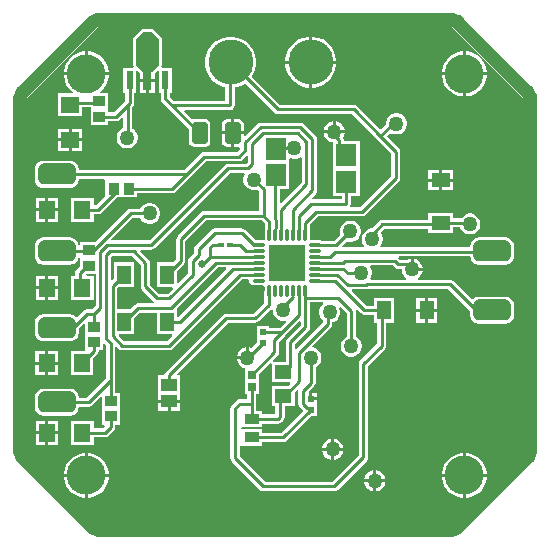
<source format=gtl>
G04*
G04 #@! TF.GenerationSoftware,Altium Limited,Altium Designer,22.6.1 (34)*
G04*
G04 Layer_Physical_Order=1*
G04 Layer_Color=255*
%FSLAX44Y44*%
%MOMM*%
G71*
G04*
G04 #@! TF.SameCoordinates,3FC15ED1-56EA-4B36-BDB6-6E6CE890E9D8*
G04*
G04*
G04 #@! TF.FilePolarity,Positive*
G04*
G01*
G75*
%ADD14C,0.2540*%
%ADD15C,1.2000*%
%ADD16R,1.3000X0.9000*%
%ADD17R,1.5000X1.4000*%
%ADD18R,1.5240X1.5240*%
%ADD19R,1.4500X1.2000*%
%ADD20R,1.8062X1.8549*%
%ADD21R,0.5500X0.5500*%
%ADD22O,1.1500X0.3000*%
%ADD23R,0.5725X0.5682*%
%ADD24R,0.6500X0.6500*%
%ADD25R,0.6000X1.6000*%
%ADD26R,0.7000X1.5000*%
%ADD27R,1.0000X0.9000*%
%ADD28R,0.9000X1.0000*%
%ADD29R,3.1500X3.1500*%
%ADD30O,0.3000X1.1500*%
%ADD31R,1.4000X1.5000*%
%ADD32R,0.5000X0.4500*%
%ADD33R,1.2000X1.6000*%
G04:AMPARAMS|DCode=34|XSize=1.8mm|YSize=1.3mm|CornerRadius=0.13mm|HoleSize=0mm|Usage=FLASHONLY|Rotation=270.000|XOffset=0mm|YOffset=0mm|HoleType=Round|Shape=RoundedRectangle|*
%AMROUNDEDRECTD34*
21,1,1.8000,1.0400,0,0,270.0*
21,1,1.5400,1.3000,0,0,270.0*
1,1,0.2600,-0.5200,-0.7700*
1,1,0.2600,-0.5200,0.7700*
1,1,0.2600,0.5200,0.7700*
1,1,0.2600,0.5200,-0.7700*
%
%ADD34ROUNDEDRECTD34*%
%ADD35R,1.6000X1.2000*%
%ADD36R,1.3500X1.1000*%
G04:AMPARAMS|DCode=62|XSize=3.175mm|YSize=1.778mm|CornerRadius=0.4445mm|HoleSize=0mm|Usage=FLASHONLY|Rotation=0.000|XOffset=0mm|YOffset=0mm|HoleType=Round|Shape=RoundedRectangle|*
%AMROUNDEDRECTD62*
21,1,3.1750,0.8890,0,0,0.0*
21,1,2.2860,1.7780,0,0,0.0*
1,1,0.8890,1.1430,-0.4445*
1,1,0.8890,-1.1430,-0.4445*
1,1,0.8890,-1.1430,0.4445*
1,1,0.8890,1.1430,0.4445*
%
%ADD62ROUNDEDRECTD62*%
%ADD63C,3.3020*%
%ADD64C,1.2700*%
%ADD65C,3.8100*%
%ADD66C,0.6350*%
%ADD67C,0.5500*%
G36*
X970026Y1039876D02*
Y739902D01*
X910082Y679958D01*
X609600D01*
X549656Y739902D01*
Y1039368D01*
X610362Y1100074D01*
X909828D01*
X970026Y1039876D01*
D02*
G37*
%LPC*%
G36*
X792126Y1091590D02*
X791270D01*
Y1071270D01*
X811590D01*
Y1072126D01*
X810760Y1076298D01*
X809133Y1080227D01*
X806770Y1083763D01*
X803763Y1086770D01*
X800227Y1089133D01*
X796298Y1090760D01*
X792126Y1091590D01*
D02*
G37*
G36*
X788730D02*
X787874D01*
X783702Y1090760D01*
X779773Y1089133D01*
X776237Y1086770D01*
X773230Y1083763D01*
X770867Y1080227D01*
X769240Y1076298D01*
X768410Y1072126D01*
Y1071270D01*
X788730D01*
Y1091590D01*
D02*
G37*
G36*
X921876Y1079050D02*
X921270D01*
Y1061270D01*
X939050D01*
Y1061876D01*
X938318Y1065557D01*
X936882Y1069024D01*
X934797Y1072144D01*
X932144Y1074797D01*
X929024Y1076882D01*
X925557Y1078318D01*
X921876Y1079050D01*
D02*
G37*
G36*
X918730D02*
X918124D01*
X914443Y1078318D01*
X910976Y1076882D01*
X907856Y1074797D01*
X905203Y1072144D01*
X903118Y1069024D01*
X901682Y1065557D01*
X900950Y1061876D01*
Y1061270D01*
X918730D01*
Y1079050D01*
D02*
G37*
G36*
X601876D02*
X601270D01*
Y1061270D01*
X619050D01*
Y1061876D01*
X618318Y1065557D01*
X616882Y1069024D01*
X614797Y1072144D01*
X612144Y1074797D01*
X609024Y1076882D01*
X605557Y1078318D01*
X601876Y1079050D01*
D02*
G37*
G36*
X598730D02*
X598124D01*
X594443Y1078318D01*
X590976Y1076882D01*
X587856Y1074797D01*
X585203Y1072144D01*
X583118Y1069024D01*
X581682Y1065557D01*
X580950Y1061876D01*
Y1061270D01*
X598730D01*
Y1079050D01*
D02*
G37*
G36*
X811590Y1068730D02*
X791270D01*
Y1048410D01*
X792126D01*
X796298Y1049240D01*
X800227Y1050867D01*
X803763Y1053230D01*
X806770Y1056237D01*
X809133Y1059773D01*
X810760Y1063702D01*
X811590Y1067874D01*
Y1068730D01*
D02*
G37*
G36*
X788730D02*
X768410D01*
Y1067874D01*
X769240Y1063702D01*
X770867Y1059773D01*
X773230Y1056237D01*
X776237Y1053230D01*
X779773Y1050867D01*
X783702Y1049240D01*
X787874Y1048410D01*
X788730D01*
Y1068730D01*
D02*
G37*
G36*
X657804Y1052848D02*
X653034D01*
Y1044078D01*
X657804D01*
Y1052848D01*
D02*
G37*
G36*
X650494D02*
X645724D01*
Y1044078D01*
X650494D01*
Y1052848D01*
D02*
G37*
G36*
X939050Y1058730D02*
X921270D01*
Y1040950D01*
X921876D01*
X925557Y1041682D01*
X929024Y1043118D01*
X932144Y1045203D01*
X934797Y1047856D01*
X936882Y1050976D01*
X938318Y1054443D01*
X939050Y1058124D01*
Y1058730D01*
D02*
G37*
G36*
X918730D02*
X900950D01*
Y1058124D01*
X901682Y1054443D01*
X903118Y1050976D01*
X905203Y1047856D01*
X907856Y1045203D01*
X910976Y1043118D01*
X914443Y1041682D01*
X918124Y1040950D01*
X918730D01*
Y1058730D01*
D02*
G37*
G36*
X811022Y1019783D02*
Y1012190D01*
X818615D01*
X818036Y1014351D01*
X816866Y1016379D01*
X815211Y1018034D01*
X813183Y1019204D01*
X811022Y1019783D01*
D02*
G37*
G36*
X808482D02*
X806321Y1019204D01*
X804293Y1018034D01*
X802638Y1016379D01*
X801468Y1014351D01*
X800889Y1012190D01*
X808482D01*
Y1019783D01*
D02*
G37*
G36*
X729200Y1021615D02*
X725270D01*
Y1011270D01*
X733115D01*
Y1017700D01*
X732817Y1019198D01*
X731969Y1020469D01*
X730698Y1021317D01*
X729200Y1021615D01*
D02*
G37*
G36*
X722730D02*
X718800D01*
X717302Y1021317D01*
X716031Y1020469D01*
X715183Y1019198D01*
X714885Y1017700D01*
Y1011270D01*
X722730D01*
Y1021615D01*
D02*
G37*
G36*
X596272Y1013588D02*
X587502D01*
Y1005318D01*
X596272D01*
Y1013588D01*
D02*
G37*
G36*
X584962D02*
X576192D01*
Y1005318D01*
X584962D01*
Y1013588D01*
D02*
G37*
G36*
X722730Y1008730D02*
X714885D01*
Y1002300D01*
X715183Y1000802D01*
X716031Y999531D01*
X717302Y998683D01*
X718800Y998385D01*
X722730D01*
Y1008730D01*
D02*
G37*
G36*
X596272Y1002778D02*
X587502D01*
Y994508D01*
X596272D01*
Y1002778D01*
D02*
G37*
G36*
X584962D02*
X576192D01*
Y994508D01*
X584962D01*
Y1002778D01*
D02*
G37*
G36*
X910540Y978540D02*
X901270D01*
Y971270D01*
X910540D01*
Y978540D01*
D02*
G37*
G36*
X898730D02*
X889460D01*
Y971270D01*
X898730D01*
Y978540D01*
D02*
G37*
G36*
X910540Y968730D02*
X901270D01*
Y961460D01*
X910540D01*
Y968730D01*
D02*
G37*
G36*
X898730D02*
X889460D01*
Y961460D01*
X898730D01*
Y968730D01*
D02*
G37*
G36*
X655264Y1098208D02*
X648264D01*
X647273Y1098011D01*
X646433Y1097449D01*
X640433Y1091449D01*
X639871Y1090609D01*
X639674Y1089618D01*
Y1067618D01*
X639871Y1066627D01*
X640004Y1066428D01*
X639325Y1065158D01*
X631224D01*
Y1044078D01*
X632879D01*
Y1036873D01*
X632305Y1036299D01*
X632227Y1036247D01*
X623485Y1027505D01*
X618664D01*
Y1043764D01*
X612178D01*
X611809Y1044979D01*
X612144Y1045203D01*
X614797Y1047856D01*
X616882Y1050976D01*
X618318Y1054443D01*
X619050Y1058124D01*
Y1058730D01*
X580950D01*
Y1058124D01*
X581682Y1054443D01*
X583118Y1050976D01*
X585203Y1047856D01*
X587856Y1045203D01*
X588454Y1044803D01*
X588086Y1043588D01*
X576192D01*
Y1024508D01*
X596272D01*
Y1031673D01*
X603584D01*
Y1016684D01*
X618664D01*
Y1019735D01*
X625094D01*
X626581Y1020031D01*
X627841Y1020873D01*
X629942Y1022974D01*
X631115Y1022488D01*
Y1014139D01*
X631061Y1014124D01*
X629033Y1012954D01*
X627378Y1011299D01*
X626208Y1009271D01*
X625602Y1007010D01*
Y1004670D01*
X626208Y1002409D01*
X627378Y1000381D01*
X629033Y998726D01*
X631061Y997556D01*
X633322Y996950D01*
X635662D01*
X637923Y997556D01*
X639951Y998726D01*
X641606Y1000381D01*
X642776Y1002409D01*
X643382Y1004670D01*
Y1007010D01*
X642776Y1009271D01*
X641606Y1011299D01*
X639951Y1012954D01*
X638885Y1013569D01*
Y1031891D01*
X639511Y1032517D01*
X640353Y1033777D01*
X640649Y1035264D01*
Y1044078D01*
X642304D01*
Y1062256D01*
X643477Y1062742D01*
X645724Y1060496D01*
Y1055388D01*
X651764D01*
X657804D01*
Y1060496D01*
X660051Y1062742D01*
X661224Y1062256D01*
Y1044078D01*
X662879D01*
Y1038846D01*
X663175Y1037359D01*
X664017Y1036099D01*
X669591Y1030525D01*
X686885Y1013232D01*
Y1002300D01*
X687183Y1000802D01*
X688031Y999531D01*
X689302Y998683D01*
X690800Y998385D01*
X701200D01*
X702698Y998683D01*
X703969Y999531D01*
X704817Y1000802D01*
X705115Y1002300D01*
Y1017700D01*
X704817Y1019198D01*
X703969Y1020469D01*
X702698Y1021317D01*
X701200Y1021615D01*
X690800D01*
X689706Y1021398D01*
X682890Y1028214D01*
X683376Y1029387D01*
X721614D01*
X723101Y1029683D01*
X724361Y1030525D01*
X725203Y1031785D01*
X725499Y1033272D01*
Y1048507D01*
X728420Y1049088D01*
X732349Y1050715D01*
X734394Y1052082D01*
X759223Y1027253D01*
X760483Y1026411D01*
X761970Y1026115D01*
X824623D01*
X846248Y1004490D01*
X858064Y992674D01*
Y973286D01*
X831853Y947075D01*
X824155D01*
X823476Y948345D01*
X823589Y948513D01*
X823885Y950000D01*
Y956929D01*
X831571D01*
Y979442D01*
Y1003071D01*
X817930D01*
Y1003878D01*
X817634Y1005364D01*
X817192Y1006026D01*
X818036Y1007489D01*
X818615Y1009650D01*
X800889D01*
X801468Y1007489D01*
X802638Y1005461D01*
X804293Y1003806D01*
X806321Y1002636D01*
X808429Y1002071D01*
Y979442D01*
Y956929D01*
X816115D01*
Y953885D01*
X791174D01*
X790648Y955155D01*
X794211Y958717D01*
X795053Y959977D01*
X795349Y961464D01*
Y1004570D01*
X795053Y1006057D01*
X794211Y1007317D01*
X783920Y1017607D01*
X782660Y1018449D01*
X781173Y1018745D01*
X747509D01*
X746022Y1018449D01*
X744762Y1017607D01*
X734288Y1007134D01*
X733115Y1007620D01*
Y1008730D01*
X725270D01*
Y998385D01*
X729200D01*
X730219Y997419D01*
X730252Y996584D01*
X727553Y993885D01*
X700000D01*
X698513Y993589D01*
X697253Y992747D01*
X683391Y978885D01*
X593475D01*
Y979445D01*
X593235Y981268D01*
X592531Y982968D01*
X591412Y984427D01*
X589953Y985546D01*
X588253Y986250D01*
X586430Y986490D01*
X563570D01*
X561747Y986250D01*
X560047Y985546D01*
X558588Y984427D01*
X557469Y982968D01*
X556765Y981268D01*
X556525Y979445D01*
Y970555D01*
X556765Y968732D01*
X557469Y967032D01*
X558588Y965573D01*
X560047Y964454D01*
X561747Y963750D01*
X563570Y963510D01*
X586430D01*
X588253Y963750D01*
X589953Y964454D01*
X591412Y965573D01*
X592531Y967032D01*
X593235Y968732D01*
X593475Y970555D01*
Y971115D01*
X614956D01*
X615952Y970454D01*
Y956446D01*
X608391Y948885D01*
X606200D01*
Y954920D01*
X587120D01*
Y934840D01*
X606200D01*
Y941115D01*
X610000D01*
X611487Y941411D01*
X612747Y942253D01*
X625868Y955374D01*
X643032D01*
Y958775D01*
X672660D01*
X674147Y959071D01*
X675407Y959913D01*
X687747Y972253D01*
X701609Y986115D01*
X729162D01*
X730648Y986411D01*
X731909Y987253D01*
X735352Y990696D01*
X736525Y990210D01*
Y985097D01*
X735313Y983885D01*
X720000D01*
X718513Y983589D01*
X717253Y982747D01*
X653471Y918965D01*
X621749D01*
X621263Y920138D01*
X639073Y937947D01*
X645519D01*
X646428Y936373D01*
X648083Y934718D01*
X650111Y933548D01*
X652372Y932942D01*
X654712D01*
X656973Y933548D01*
X659001Y934718D01*
X660656Y936373D01*
X661826Y938401D01*
X662432Y940662D01*
Y943002D01*
X661826Y945263D01*
X660656Y947291D01*
X659001Y948946D01*
X656973Y950116D01*
X654712Y950722D01*
X652372D01*
X650111Y950116D01*
X648083Y948946D01*
X646428Y947291D01*
X645519Y945717D01*
X637464D01*
X635977Y945421D01*
X634717Y944579D01*
X607664Y917526D01*
X594694D01*
Y914918D01*
X593424Y914834D01*
X593235Y916268D01*
X592531Y917968D01*
X591412Y919427D01*
X589953Y920546D01*
X588253Y921250D01*
X586430Y921490D01*
X563570D01*
X561747Y921250D01*
X560047Y920546D01*
X558588Y919427D01*
X557469Y917968D01*
X556765Y916268D01*
X556525Y914445D01*
Y905555D01*
X556765Y903732D01*
X557469Y902032D01*
X558588Y900573D01*
X560047Y899454D01*
X561747Y898750D01*
X563570Y898510D01*
X586430D01*
X588253Y898750D01*
X589953Y899454D01*
X591412Y900573D01*
X592531Y902032D01*
X593235Y903732D01*
X593424Y905166D01*
X594694Y905082D01*
Y896940D01*
X591613Y893859D01*
X590771Y892599D01*
X590475Y891112D01*
Y888880D01*
X587120D01*
Y868800D01*
X606200D01*
Y888880D01*
X600625D01*
X599946Y890150D01*
X600144Y890446D01*
X608001D01*
Y863685D01*
X604943Y860627D01*
X600202D01*
X598715Y860331D01*
X597455Y859489D01*
X592333Y854366D01*
X591412Y854427D01*
X589953Y855546D01*
X588253Y856250D01*
X586430Y856490D01*
X563570D01*
X561747Y856250D01*
X560047Y855546D01*
X558588Y854427D01*
X557469Y852968D01*
X556765Y851268D01*
X556525Y849445D01*
Y840555D01*
X556765Y838732D01*
X557469Y837032D01*
X558588Y835573D01*
X560047Y834454D01*
X561747Y833750D01*
X563570Y833510D01*
X586430D01*
X588253Y833750D01*
X589953Y834454D01*
X591412Y835573D01*
X592531Y837032D01*
X593235Y838732D01*
X593475Y840555D01*
Y844522D01*
X597839Y848885D01*
X599012Y848399D01*
Y838930D01*
Y825930D01*
X598075Y825126D01*
X586866D01*
Y805046D01*
X605946D01*
Y819132D01*
X609299Y822485D01*
X610141Y823745D01*
X610437Y825232D01*
Y825930D01*
X614092D01*
Y831434D01*
X615362Y831960D01*
X616637Y830685D01*
Y802131D01*
X600457Y785951D01*
X593531D01*
Y786511D01*
X593291Y788334D01*
X592587Y790034D01*
X591468Y791493D01*
X590009Y792612D01*
X588309Y793316D01*
X586486Y793556D01*
X563626D01*
X561803Y793316D01*
X560103Y792612D01*
X558644Y791493D01*
X557525Y790034D01*
X556821Y788334D01*
X556581Y786511D01*
Y777621D01*
X556821Y775798D01*
X557525Y774098D01*
X558644Y772639D01*
X560103Y771520D01*
X561803Y770816D01*
X563626Y770576D01*
X586486D01*
X588309Y770816D01*
X590009Y771520D01*
X591468Y772639D01*
X592587Y774098D01*
X593291Y775798D01*
X593531Y777621D01*
Y778181D01*
X602066D01*
X603553Y778477D01*
X604813Y779319D01*
X612063Y786569D01*
X613236Y786083D01*
Y775938D01*
Y762938D01*
X615186D01*
X615712Y761668D01*
X614087Y760043D01*
X606200D01*
Y766198D01*
X587120D01*
Y746118D01*
X606200D01*
Y752273D01*
X615696D01*
X617183Y752569D01*
X618443Y753411D01*
X623523Y758491D01*
X624365Y759751D01*
X624661Y761238D01*
Y762938D01*
X628316D01*
Y775938D01*
Y790018D01*
X624407D01*
Y828440D01*
X625580Y828926D01*
X627253Y827253D01*
X628513Y826411D01*
X630000Y826115D01*
X670000D01*
X671487Y826411D01*
X672747Y827253D01*
X731609Y886115D01*
X736852D01*
X737657Y885134D01*
X737631Y885000D01*
X737944Y883424D01*
X738837Y882087D01*
X740174Y881194D01*
X741750Y880881D01*
X749712D01*
X750471Y880471D01*
X750881Y879711D01*
Y876380D01*
X750805Y876000D01*
Y866299D01*
X741577Y857071D01*
X718312D01*
X716825Y856775D01*
X715565Y855933D01*
X667253Y807621D01*
X666411Y806361D01*
X666148Y805040D01*
X660710D01*
Y788960D01*
Y784270D01*
X670000D01*
X679290D01*
Y788960D01*
Y805040D01*
X677319D01*
X676833Y806213D01*
X719921Y849301D01*
X743186D01*
X744673Y849597D01*
X745933Y850439D01*
X756412Y860918D01*
X757682Y860392D01*
Y858874D01*
X758288Y856613D01*
X759458Y854585D01*
X761113Y852930D01*
X763141Y851760D01*
X765402Y851154D01*
X767742D01*
X768330Y851311D01*
X768987Y850173D01*
X763896Y845082D01*
X754956D01*
Y846578D01*
X744152D01*
Y832267D01*
X739809Y827924D01*
X739777Y827942D01*
X737616Y828521D01*
Y819658D01*
X736346D01*
Y818388D01*
X727483D01*
X728062Y816227D01*
X729232Y814199D01*
X730887Y812544D01*
X732915Y811374D01*
X733112Y811321D01*
X734210Y810790D01*
X734210D01*
X734210Y810790D01*
Y799210D01*
Y789210D01*
X736115D01*
Y784730D01*
X730045D01*
X728558Y784434D01*
X727298Y783592D01*
X723185Y779479D01*
X722343Y778219D01*
X722047Y776732D01*
Y734568D01*
X722343Y733081D01*
X723185Y731821D01*
X746934Y708072D01*
X748194Y707230D01*
X749681Y706934D01*
X810000D01*
X811487Y707230D01*
X812747Y708072D01*
X837337Y732663D01*
X838179Y733923D01*
X838475Y735409D01*
Y812981D01*
X852747Y827253D01*
X853589Y828513D01*
X853885Y830000D01*
Y849460D01*
X860540D01*
Y870540D01*
X843460D01*
Y863885D01*
X836954D01*
X824517Y876322D01*
X825003Y877495D01*
X837074D01*
X838561Y877791D01*
X838925Y878034D01*
X906472D01*
X925053Y859454D01*
Y855555D01*
X925293Y853732D01*
X925997Y852032D01*
X927116Y850573D01*
X928575Y849454D01*
X930275Y848750D01*
X932098Y848510D01*
X954958D01*
X956781Y848750D01*
X958481Y849454D01*
X959940Y850573D01*
X961059Y852032D01*
X961763Y853732D01*
X962003Y855555D01*
Y864445D01*
X961763Y866268D01*
X961059Y867968D01*
X959940Y869427D01*
X958481Y870546D01*
X956781Y871250D01*
X954958Y871490D01*
X932098D01*
X930275Y871250D01*
X928575Y870546D01*
X927116Y869427D01*
X926132Y869362D01*
X910828Y884666D01*
X909568Y885508D01*
X908081Y885804D01*
X880897D01*
X880557Y887074D01*
X881251Y887474D01*
X882906Y889129D01*
X884076Y891157D01*
X884655Y893318D01*
X875792D01*
Y894588D01*
X874522D01*
Y903451D01*
X872361Y902872D01*
X871766Y902529D01*
X871728Y902537D01*
X865717D01*
X864088Y904165D01*
X864436Y905276D01*
X864557Y905435D01*
X925069D01*
X925293Y903732D01*
X925997Y902032D01*
X927116Y900573D01*
X928575Y899454D01*
X930275Y898750D01*
X932098Y898510D01*
X954958D01*
X956781Y898750D01*
X958481Y899454D01*
X959940Y900573D01*
X961059Y902032D01*
X961763Y903732D01*
X962003Y905555D01*
Y914445D01*
X961763Y916268D01*
X961059Y917968D01*
X959940Y919427D01*
X958481Y920546D01*
X956781Y921250D01*
X954958Y921490D01*
X932098D01*
X930275Y921250D01*
X928575Y920546D01*
X927116Y919427D01*
X925997Y917968D01*
X925293Y916268D01*
X925053Y914445D01*
Y913205D01*
X849204D01*
X848718Y914378D01*
X849124Y914783D01*
X850294Y916811D01*
X850900Y919072D01*
Y921412D01*
X850294Y923673D01*
X849134Y925683D01*
X852255Y928803D01*
X889460D01*
Y925460D01*
X910540D01*
Y930115D01*
X916368D01*
X916530Y929511D01*
X917700Y927483D01*
X919355Y925828D01*
X921383Y924658D01*
X923644Y924052D01*
X925984D01*
X928245Y924658D01*
X930273Y925828D01*
X931928Y927483D01*
X933098Y929511D01*
X933704Y931772D01*
Y934112D01*
X933098Y936373D01*
X931928Y938401D01*
X930273Y940056D01*
X928245Y941226D01*
X925984Y941832D01*
X923644D01*
X921383Y941226D01*
X919355Y940056D01*
X917700Y938401D01*
X917402Y937885D01*
X910540D01*
Y942540D01*
X889460D01*
Y936573D01*
X850646D01*
X849159Y936277D01*
X847899Y935435D01*
X843199Y930735D01*
X843063Y930708D01*
X841803Y929866D01*
X841313Y929132D01*
X840840D01*
X838579Y928526D01*
X836551Y927356D01*
X834896Y925701D01*
X833726Y923673D01*
X833120Y921412D01*
Y919072D01*
X833726Y916811D01*
X834896Y914783D01*
X835302Y914378D01*
X834816Y913205D01*
X816980D01*
X816494Y914378D01*
X820542Y918426D01*
X822298Y917956D01*
X824638D01*
X826899Y918562D01*
X828927Y919732D01*
X830582Y921387D01*
X831752Y923415D01*
X832358Y925676D01*
Y928016D01*
X831752Y930277D01*
X830582Y932305D01*
X828927Y933960D01*
X826899Y935130D01*
X824638Y935736D01*
X822298D01*
X820037Y935130D01*
X818009Y933960D01*
X816354Y932305D01*
X815184Y930277D01*
X814578Y928016D01*
Y925676D01*
X815048Y923920D01*
X810013Y918885D01*
X799429D01*
X798250Y919119D01*
X790289D01*
X789529Y919529D01*
X789119Y920289D01*
Y924688D01*
X789195Y925068D01*
Y932291D01*
X796209Y939305D01*
X833462D01*
X834949Y939601D01*
X836209Y940443D01*
X864696Y968930D01*
X865538Y970190D01*
X865834Y971677D01*
Y994283D01*
X865538Y995770D01*
X864696Y997030D01*
X854489Y1007237D01*
X857627Y1010375D01*
X859153Y1009494D01*
X861414Y1008888D01*
X863754D01*
X866015Y1009494D01*
X868043Y1010664D01*
X869698Y1012319D01*
X870868Y1014347D01*
X871474Y1016608D01*
Y1018948D01*
X870868Y1021209D01*
X869698Y1023237D01*
X868043Y1024892D01*
X866015Y1026062D01*
X863754Y1026668D01*
X861414D01*
X859153Y1026062D01*
X857125Y1024892D01*
X855470Y1023237D01*
X854300Y1021209D01*
X853694Y1018948D01*
Y1017430D01*
X848995Y1012731D01*
X828979Y1032747D01*
X827719Y1033589D01*
X826232Y1033885D01*
X763579D01*
X739888Y1057576D01*
X741255Y1059621D01*
X742882Y1063550D01*
X743712Y1067722D01*
Y1071974D01*
X742882Y1076146D01*
X741255Y1080075D01*
X738892Y1083611D01*
X735885Y1086618D01*
X732349Y1088981D01*
X728420Y1090608D01*
X724248Y1091438D01*
X719996D01*
X715824Y1090608D01*
X711895Y1088981D01*
X708359Y1086618D01*
X705352Y1083611D01*
X702989Y1080075D01*
X701362Y1076146D01*
X700532Y1071974D01*
Y1067722D01*
X701362Y1063550D01*
X702989Y1059621D01*
X705352Y1056085D01*
X708359Y1053078D01*
X711895Y1050715D01*
X715824Y1049088D01*
X717729Y1048709D01*
Y1037157D01*
X673947D01*
X670649Y1040455D01*
Y1044078D01*
X672304D01*
Y1065158D01*
X664202D01*
X663524Y1066428D01*
X663657Y1066627D01*
X663854Y1067618D01*
Y1089618D01*
X663657Y1090609D01*
X663095Y1091449D01*
X657095Y1097449D01*
X656255Y1098011D01*
X655264Y1098208D01*
D02*
G37*
G36*
X576200Y954920D02*
X567930D01*
Y946150D01*
X576200D01*
Y954920D01*
D02*
G37*
G36*
X565390D02*
X557120D01*
Y946150D01*
X565390D01*
Y954920D01*
D02*
G37*
G36*
X576200Y943610D02*
X567930D01*
Y934840D01*
X576200D01*
Y943610D01*
D02*
G37*
G36*
X565390D02*
X557120D01*
Y934840D01*
X565390D01*
Y943610D01*
D02*
G37*
G36*
X877062Y903451D02*
Y895858D01*
X884655D01*
X884076Y898019D01*
X882906Y900047D01*
X881251Y901702D01*
X879223Y902872D01*
X877062Y903451D01*
D02*
G37*
G36*
X576200Y888880D02*
X567930D01*
Y880110D01*
X576200D01*
Y888880D01*
D02*
G37*
G36*
X565390D02*
X557120D01*
Y880110D01*
X565390D01*
Y888880D01*
D02*
G37*
G36*
X576200Y877570D02*
X567930D01*
Y868800D01*
X576200D01*
Y877570D01*
D02*
G37*
G36*
X565390D02*
X557120D01*
Y868800D01*
X565390D01*
Y877570D01*
D02*
G37*
G36*
X896540Y870540D02*
X889270D01*
Y861270D01*
X896540D01*
Y870540D01*
D02*
G37*
G36*
X886730D02*
X879460D01*
Y861270D01*
X886730D01*
Y870540D01*
D02*
G37*
G36*
X896540Y858730D02*
X889270D01*
Y849460D01*
X896540D01*
Y858730D01*
D02*
G37*
G36*
X886730D02*
X879460D01*
Y849460D01*
X886730D01*
Y858730D01*
D02*
G37*
G36*
X735076Y828521D02*
X732915Y827942D01*
X730887Y826772D01*
X729232Y825117D01*
X728062Y823089D01*
X727483Y820928D01*
X735076D01*
Y828521D01*
D02*
G37*
G36*
X575946Y825126D02*
X567676D01*
Y816356D01*
X575946D01*
Y825126D01*
D02*
G37*
G36*
X565136D02*
X556866D01*
Y816356D01*
X565136D01*
Y825126D01*
D02*
G37*
G36*
X575946Y813816D02*
X567676D01*
Y805046D01*
X575946D01*
Y813816D01*
D02*
G37*
G36*
X565136D02*
X556866D01*
Y805046D01*
X565136D01*
Y813816D01*
D02*
G37*
G36*
X679290Y781730D02*
X671270D01*
Y774960D01*
X679290D01*
Y781730D01*
D02*
G37*
G36*
X668730D02*
X660710D01*
Y774960D01*
X668730D01*
Y781730D01*
D02*
G37*
G36*
X576200Y766198D02*
X567930D01*
Y757428D01*
X576200D01*
Y766198D01*
D02*
G37*
G36*
X565390D02*
X557120D01*
Y757428D01*
X565390D01*
Y766198D01*
D02*
G37*
G36*
X576200Y754888D02*
X567930D01*
Y746118D01*
X576200D01*
Y754888D01*
D02*
G37*
G36*
X565390D02*
X557120D01*
Y746118D01*
X565390D01*
Y754888D01*
D02*
G37*
G36*
X921876Y739050D02*
X921270D01*
Y721270D01*
X939050D01*
Y721876D01*
X938318Y725557D01*
X936882Y729024D01*
X934797Y732144D01*
X932144Y734797D01*
X929024Y736882D01*
X925557Y738318D01*
X921876Y739050D01*
D02*
G37*
G36*
X918730D02*
X918124D01*
X914443Y738318D01*
X910976Y736882D01*
X907856Y734797D01*
X905203Y732144D01*
X903118Y729024D01*
X901682Y725557D01*
X900950Y721876D01*
Y721270D01*
X918730D01*
Y739050D01*
D02*
G37*
G36*
X601876D02*
X601270D01*
Y721270D01*
X619050D01*
Y721876D01*
X618318Y725557D01*
X616882Y729024D01*
X614797Y732144D01*
X612144Y734797D01*
X609024Y736882D01*
X605557Y738318D01*
X601876Y739050D01*
D02*
G37*
G36*
X598730D02*
X598124D01*
X594443Y738318D01*
X590976Y736882D01*
X587856Y734797D01*
X585203Y732144D01*
X583118Y729024D01*
X581682Y725557D01*
X580950Y721876D01*
Y721270D01*
X598730D01*
Y739050D01*
D02*
G37*
G36*
X845566Y724381D02*
Y716788D01*
X853159D01*
X852580Y718949D01*
X851410Y720977D01*
X849755Y722632D01*
X847727Y723802D01*
X845566Y724381D01*
D02*
G37*
G36*
X843026D02*
X840865Y723802D01*
X838837Y722632D01*
X837182Y720977D01*
X836012Y718949D01*
X835433Y716788D01*
X843026D01*
Y724381D01*
D02*
G37*
G36*
X853159Y714248D02*
X845566D01*
Y706655D01*
X847727Y707234D01*
X849755Y708404D01*
X851410Y710059D01*
X852580Y712087D01*
X853159Y714248D01*
D02*
G37*
G36*
X843026D02*
X835433D01*
X836012Y712087D01*
X837182Y710059D01*
X838837Y708404D01*
X840865Y707234D01*
X843026Y706655D01*
Y714248D01*
D02*
G37*
G36*
X939050Y718730D02*
X921270D01*
Y700950D01*
X921876D01*
X925557Y701682D01*
X929024Y703118D01*
X932144Y705203D01*
X934797Y707856D01*
X936882Y710976D01*
X938318Y714443D01*
X939050Y718124D01*
Y718730D01*
D02*
G37*
G36*
X918730D02*
X900950D01*
Y718124D01*
X901682Y714443D01*
X903118Y710976D01*
X905203Y707856D01*
X907856Y705203D01*
X910976Y703118D01*
X914443Y701682D01*
X918124Y700950D01*
X918730D01*
Y718730D01*
D02*
G37*
G36*
X619050D02*
X601270D01*
Y700950D01*
X601876D01*
X605557Y701682D01*
X609024Y703118D01*
X612144Y705203D01*
X614797Y707856D01*
X616882Y710976D01*
X618318Y714443D01*
X619050Y718124D01*
Y718730D01*
D02*
G37*
G36*
X598730D02*
X580950D01*
Y718124D01*
X581682Y714443D01*
X583118Y710976D01*
X585203Y707856D01*
X587856Y705203D01*
X590976Y703118D01*
X594443Y701682D01*
X598124Y700950D01*
X598730D01*
Y718730D01*
D02*
G37*
%LPD*%
G36*
X661264Y1089618D02*
Y1067618D01*
X655264Y1061618D01*
X648264D01*
X642264Y1067618D01*
Y1089618D01*
X648264Y1095618D01*
X655264D01*
X661264Y1089618D01*
D02*
G37*
G36*
X782499Y988973D02*
Y967993D01*
X765058Y950552D01*
X763885Y951038D01*
Y962368D01*
X771793D01*
Y984882D01*
Y987954D01*
X773063Y988593D01*
X775054Y988060D01*
X777394D01*
X779655Y988666D01*
X781229Y989575D01*
X782499Y988973D01*
D02*
G37*
G36*
X751115Y933391D02*
Y929429D01*
X750881Y928250D01*
Y920289D01*
X750471Y919529D01*
X749712Y919119D01*
X743217D01*
X734267Y928069D01*
X733007Y928911D01*
X731520Y929207D01*
X708660D01*
X707173Y928911D01*
X705913Y928069D01*
X692333Y914489D01*
X691491Y913229D01*
X691195Y911742D01*
Y907989D01*
X687253Y904047D01*
X686411Y902787D01*
X686115Y901300D01*
Y891253D01*
X677713Y882851D01*
X676540Y883337D01*
Y893046D01*
X682720Y899226D01*
X683562Y900486D01*
X683858Y901973D01*
Y918364D01*
X692747Y927253D01*
X692747Y927253D01*
X701609Y936115D01*
X748391D01*
X751115Y933391D01*
D02*
G37*
G36*
X861361Y895905D02*
X862621Y895063D01*
X864108Y894767D01*
X866902D01*
Y893418D01*
X867508Y891157D01*
X868678Y889129D01*
X870333Y887474D01*
X871027Y887074D01*
X870687Y885804D01*
X841286D01*
X840553Y887074D01*
X841150Y888109D01*
X841756Y890370D01*
Y892710D01*
X841150Y894971D01*
X840241Y896545D01*
X840843Y897815D01*
X859451D01*
X861361Y895905D01*
D02*
G37*
G36*
X734158Y974845D02*
X733650Y973965D01*
X733044Y971704D01*
Y969364D01*
X733650Y967103D01*
X734820Y965075D01*
X736475Y963420D01*
X738503Y962250D01*
X740764Y961644D01*
X743104D01*
X744860Y962114D01*
X746115Y960859D01*
Y943885D01*
X700000D01*
X698513Y943589D01*
X697253Y942747D01*
X687253Y932747D01*
X687253Y932747D01*
X677226Y922720D01*
X676384Y921460D01*
X676088Y919973D01*
Y903582D01*
X673046Y900540D01*
X659460D01*
Y879460D01*
X672663D01*
X673149Y878287D01*
X668747Y873885D01*
X661609D01*
X653885Y881609D01*
Y900000D01*
X653589Y901487D01*
X652747Y902747D01*
X645472Y910022D01*
X645958Y911195D01*
X655080D01*
X656567Y911491D01*
X657827Y912333D01*
X721609Y976115D01*
X733425D01*
X734158Y974845D01*
D02*
G37*
G36*
X646115Y898391D02*
Y880000D01*
X646411Y878513D01*
X647253Y877253D01*
X657253Y867253D01*
X657685Y866965D01*
X657300Y865695D01*
X643810D01*
X642323Y865399D01*
X641063Y864557D01*
X637046Y860540D01*
X626075D01*
Y878581D01*
X626954Y879460D01*
X640540D01*
Y900540D01*
X623460D01*
Y886954D01*
X622024Y885518D01*
X620851Y886004D01*
Y905357D01*
X621609Y906115D01*
X638391D01*
X646115Y898391D01*
D02*
G37*
G36*
X718448Y894942D02*
X677810Y854304D01*
X676540Y854830D01*
Y860540D01*
X676540Y860540D01*
X676540D01*
X677079Y861586D01*
X711609Y896115D01*
X717962D01*
X718448Y894942D01*
D02*
G37*
G36*
X659460Y839460D02*
X672307D01*
X672793Y838287D01*
X668391Y833885D01*
X631609D01*
X627304Y838190D01*
X627830Y839460D01*
X640540D01*
Y853046D01*
X645419Y857925D01*
X659460D01*
Y839460D01*
D02*
G37*
G36*
X800246Y866267D02*
X800371Y865267D01*
X798828Y863725D01*
X797658Y861697D01*
X797052Y859436D01*
Y857096D01*
X797658Y854835D01*
X798828Y852807D01*
X800389Y851247D01*
Y849715D01*
X777707Y827033D01*
X776437Y827559D01*
Y831141D01*
X788115Y842819D01*
X788957Y844079D01*
X789253Y845566D01*
Y866537D01*
X800173D01*
X800246Y866267D01*
D02*
G37*
G36*
X781483Y850022D02*
Y847175D01*
X769805Y835497D01*
X768963Y834237D01*
X768667Y832750D01*
Y816100D01*
X758390D01*
X757864Y817370D01*
X761953Y821459D01*
X762795Y822719D01*
X763091Y824206D01*
Y833289D01*
X768252Y838451D01*
X768252Y838451D01*
X780310Y850508D01*
X781483Y850022D01*
D02*
G37*
G36*
X756782Y814492D02*
Y799020D01*
X772129D01*
X772615Y797847D01*
X770868Y796100D01*
X756782D01*
Y779020D01*
X760147D01*
Y771635D01*
X749040D01*
Y774790D01*
X743885D01*
Y780796D01*
X743875Y780845D01*
X743885Y780894D01*
Y789210D01*
X745790D01*
Y799210D01*
Y805296D01*
X755512Y815018D01*
X756782Y814492D01*
D02*
G37*
G36*
X779540Y791989D02*
X779495Y791762D01*
Y780460D01*
X779791Y778973D01*
X780633Y777713D01*
X783502Y774844D01*
X764793Y756135D01*
X749040D01*
Y759290D01*
X730960D01*
Y759290D01*
X730763Y759343D01*
Y759522D01*
X732011Y760710D01*
X749040D01*
Y763865D01*
X762544D01*
X764031Y764161D01*
X765291Y765003D01*
X766779Y766491D01*
X767621Y767751D01*
X767917Y769238D01*
Y779020D01*
X776362D01*
Y790606D01*
X778370Y792614D01*
X779540Y791989D01*
D02*
G37*
G36*
X820345Y857419D02*
Y837587D01*
X818771Y836678D01*
X817116Y835023D01*
X815946Y832995D01*
X815340Y830734D01*
Y828394D01*
X815946Y826133D01*
X817116Y824105D01*
X818771Y822450D01*
X820799Y821280D01*
X823060Y820674D01*
X825400D01*
X827661Y821280D01*
X829689Y822450D01*
X831344Y824105D01*
X832514Y826133D01*
X833120Y828394D01*
Y830734D01*
X832514Y832995D01*
X831344Y835023D01*
X829689Y836678D01*
X828115Y837587D01*
Y859028D01*
X827888Y860167D01*
X829015Y860836D01*
X832598Y857253D01*
X833858Y856411D01*
X835345Y856115D01*
X843460D01*
Y849460D01*
X846115D01*
Y831609D01*
X831844Y817337D01*
X831002Y816077D01*
X830706Y814591D01*
Y737019D01*
X808391Y714704D01*
X751290D01*
X729817Y736177D01*
Y744904D01*
X730960Y745210D01*
Y745210D01*
X749040D01*
Y748365D01*
X766402D01*
X767889Y748661D01*
X769149Y749503D01*
X790144Y770498D01*
X795230D01*
Y779498D01*
Y783518D01*
X789940D01*
Y784788D01*
X788670D01*
Y790840D01*
X788460Y791348D01*
X792941Y795829D01*
X793783Y797089D01*
X794079Y798576D01*
Y811636D01*
X795653Y812544D01*
X797308Y814199D01*
X798478Y816227D01*
X799084Y818488D01*
Y820828D01*
X798478Y823089D01*
X797308Y825117D01*
X795653Y826772D01*
X793625Y827942D01*
X791870Y828412D01*
X791397Y829736D01*
X807020Y845359D01*
X807862Y846619D01*
X808158Y848106D01*
Y849656D01*
X809373Y849982D01*
X811401Y851152D01*
X813056Y852807D01*
X814226Y854835D01*
X814832Y857096D01*
Y859436D01*
X814226Y861697D01*
X814165Y861803D01*
X815181Y862583D01*
X820345Y857419D01*
D02*
G37*
%LPC*%
G36*
X795230Y790078D02*
X791210D01*
Y786058D01*
X795230D01*
Y790078D01*
D02*
G37*
G36*
X810006Y751051D02*
Y743458D01*
X817599D01*
X817020Y745619D01*
X815850Y747647D01*
X814195Y749302D01*
X812167Y750472D01*
X810006Y751051D01*
D02*
G37*
G36*
X807466D02*
X805305Y750472D01*
X803277Y749302D01*
X801622Y747647D01*
X800452Y745619D01*
X799873Y743458D01*
X807466D01*
Y751051D01*
D02*
G37*
G36*
X817599Y740918D02*
X810006D01*
Y733325D01*
X812167Y733904D01*
X814195Y735074D01*
X815850Y736729D01*
X817020Y738757D01*
X817599Y740918D01*
D02*
G37*
G36*
X807466D02*
X799873D01*
X800452Y738757D01*
X801622Y736729D01*
X803277Y735074D01*
X805305Y733904D01*
X807466Y733325D01*
Y740918D01*
D02*
G37*
%LPD*%
D14*
X585724Y1002792D02*
X586232Y1003300D01*
Y1004048D01*
X809752Y1008171D02*
X814045Y1003878D01*
X809752Y1008171D02*
Y1010920D01*
X814045Y999261D02*
Y1003878D01*
Y999261D02*
X820000Y993306D01*
Y991256D02*
Y993306D01*
X785368Y871162D02*
X786108Y870422D01*
X812836D01*
X785368Y845566D02*
Y871162D01*
X765506Y841198D02*
X780288Y855980D01*
X780000Y869040D02*
X780288Y868752D01*
X772552Y832750D02*
X785368Y845566D01*
X780000Y869040D02*
Y876000D01*
X780288Y855980D02*
Y868752D01*
X794000Y890000D02*
X812529D01*
X794000Y884690D02*
X810655D01*
X780034Y823866D02*
X804274Y848106D01*
Y856598D01*
X805942Y858266D01*
X835345Y860000D02*
X850000D01*
X810655Y884690D02*
X835345Y860000D01*
X812529Y890000D02*
X821149Y881380D01*
X837074D01*
X812836Y870422D02*
X824230Y859028D01*
Y829564D02*
Y859028D01*
X769819Y866040D02*
Y866085D01*
X774700Y870966D01*
X766572Y862793D02*
X769819Y866040D01*
X766572Y860044D02*
Y862793D01*
X754690Y864690D02*
Y876000D01*
X743186Y853186D02*
X754690Y864690D01*
X718312Y853186D02*
X743186D01*
X759206Y834898D02*
X765506Y841198D01*
X749554D02*
X765506D01*
X820000Y950000D02*
Y968744D01*
X786384Y966384D02*
Y1002466D01*
X779069Y1009781D02*
X786384Y1002466D01*
X765000Y945000D02*
X786384Y966384D01*
X760476Y996950D02*
X776224D01*
X760222Y996696D02*
X760476Y996950D01*
X774280Y995006D02*
X776224Y996950D01*
X781173Y1014861D02*
X791464Y1004570D01*
X774920Y944920D02*
X791464Y961464D01*
Y1004570D01*
X749613Y1009781D02*
X779069D01*
X740410Y983488D02*
Y1000578D01*
X720000Y980000D02*
X736922D01*
X740410Y983488D01*
X700000Y990000D02*
X729162D01*
X734568Y995406D02*
Y1001920D01*
X729162Y990000D02*
X734568Y995406D01*
X685000Y975000D02*
X700000Y990000D01*
X740410Y1000578D02*
X749613Y1009781D01*
X734568Y1001920D02*
X747509Y1014861D01*
X781173D01*
X826232Y1030000D02*
X848995Y1007237D01*
X722122Y1069848D02*
X761970Y1030000D01*
X826232D01*
X741934Y970534D02*
X750000Y962468D01*
Y940000D02*
Y962468D01*
X848995Y1007237D02*
X861949Y994283D01*
X848995Y1007237D02*
X859536Y1017778D01*
X862584D01*
X794000Y895000D02*
X817722D01*
X794000Y900000D02*
X817450D01*
X821182Y891540D02*
X832866D01*
X817722Y895000D02*
X821182Y891540D01*
X783380Y791762D02*
X790194Y798576D01*
Y819658D01*
X783380Y780460D02*
X786572Y777268D01*
X783380Y780460D02*
Y791762D01*
X786572Y777268D02*
X788460D01*
X789940Y775788D01*
X766572Y787560D02*
X767822D01*
X780034Y799772D02*
Y823866D01*
X767822Y787560D02*
X780034Y799772D01*
X764032Y785020D02*
X766572Y787560D01*
X725932Y734568D02*
Y776732D01*
Y734568D02*
X749681Y710819D01*
X810000D01*
X725932Y776732D02*
X730045Y780845D01*
X766402Y752250D02*
X789940Y775788D01*
X740000Y752250D02*
X766402D01*
X740000Y805000D02*
X759206Y824206D01*
Y834898D01*
X772552Y812290D02*
Y832750D01*
X766572Y807560D02*
X767822D01*
X772552Y812290D01*
X620776Y761238D02*
Y769978D01*
X615696Y756158D02*
X620776Y761238D01*
X600000Y756158D02*
X615696D01*
X620776Y769978D02*
Y771478D01*
X606552Y825232D02*
Y834470D01*
X596406Y815086D02*
X606552Y825232D01*
X594360Y891112D02*
X602234Y898986D01*
X594360Y879320D02*
Y891112D01*
X593880Y878840D02*
X594360Y879320D01*
X595000Y945000D02*
X610000D01*
X625000Y960000D01*
X624492Y960508D02*
X625000Y960000D01*
X624492Y960508D02*
Y962914D01*
X586232Y1034048D02*
X587742Y1035558D01*
X610790D01*
X611124Y1035224D01*
X785310Y925068D02*
Y933900D01*
X794600Y943190D01*
X833462D01*
X861949Y971677D01*
Y994283D01*
X672338Y1033272D02*
X721614D01*
X672338D02*
X695610Y1010000D01*
X721614Y1033272D02*
Y1065530D01*
X666764Y1038846D02*
X672338Y1033272D01*
X666764Y1038846D02*
Y1054618D01*
X668000Y890000D02*
X679973Y901973D01*
Y919973D01*
X690000Y930000D01*
X690000D01*
X695610Y1010000D02*
X696000D01*
X755000Y924000D02*
Y935000D01*
X750000Y940000D02*
X755000Y935000D01*
X700000Y940000D02*
X750000D01*
X690000Y930000D02*
X700000Y940000D01*
X764032Y769238D02*
Y785020D01*
X762544Y767750D02*
X764032Y769238D01*
X740000Y767750D02*
X762544D01*
X810000Y710819D02*
X834591Y735409D01*
Y814591D01*
X850000Y830000D01*
X898312Y932688D02*
X898500Y932500D01*
X850000Y830000D02*
Y860000D01*
X611124Y1025224D02*
X612728Y1023620D01*
X625094D02*
X634974Y1033500D01*
X612728Y1023620D02*
X625094D01*
X634974Y1033500D02*
X635000D01*
X636764Y1035264D01*
Y1054618D01*
X635000Y1006348D02*
Y1033500D01*
X740000Y780894D02*
Y793500D01*
X739951Y780845D02*
X740000Y780894D01*
Y767750D02*
Y780796D01*
X739951Y780845D02*
X740000Y780796D01*
X730045Y780845D02*
X739951D01*
X923756Y934000D02*
X924814Y932942D01*
X900000Y934000D02*
X923756D01*
X634492Y1005840D02*
X635000Y1006348D01*
X843000Y920000D02*
X844550Y921550D01*
Y927119D01*
X850646Y932688D02*
X898312D01*
X845077Y927119D02*
X850646Y932688D01*
X844550Y927119D02*
X845077D01*
X837613Y881919D02*
X908081D01*
X837074Y881380D02*
X837613Y881919D01*
X908081D02*
X930000Y860000D01*
X950000D01*
X760000Y936752D02*
Y970000D01*
Y936752D02*
X760730Y936022D01*
Y929640D02*
Y936022D01*
X760000Y928910D02*
X760730Y929640D01*
X760000Y924000D02*
Y928910D01*
X780000Y940000D02*
X790000Y950000D01*
X820000D01*
X780000Y924000D02*
Y940000D01*
X780000Y940000D02*
X780000Y940000D01*
X670000Y804874D02*
X718312Y853186D01*
X670000Y797000D02*
Y804874D01*
X622190Y837810D02*
X630000Y830000D01*
X622190Y837810D02*
Y880190D01*
X632000Y890000D01*
X630000Y830000D02*
X670000D01*
X730000Y890000D01*
X746000D01*
X671810Y861810D02*
X710000Y900000D01*
X643810Y861810D02*
X671810D01*
X710000Y900000D02*
X746000D01*
X632000Y850000D02*
X643810Y861810D01*
X730500Y895000D02*
X746000D01*
X723920Y894920D02*
X730500D01*
X679000Y850000D02*
X723920Y894920D01*
X668000Y850000D02*
X679000D01*
X736346Y819658D02*
X737036D01*
X749532Y832154D02*
X749554D01*
X737036Y819658D02*
X749532Y832154D01*
X706882Y915162D02*
X713800D01*
X704850Y905160D02*
X705010Y905000D01*
X704850Y905160D02*
Y913130D01*
X706882Y915162D01*
X697738Y899160D02*
X699170D01*
X705010Y905000D01*
X746000D01*
X871728Y898652D02*
X875792Y894588D01*
X864108Y898652D02*
X871728D01*
X861060Y901700D02*
X864108Y898652D01*
X819150Y901700D02*
X861060D01*
X817450Y900000D02*
X819150Y901700D01*
X735412Y910000D02*
X746000D01*
X721300Y915162D02*
X730250D01*
X735412Y910000D01*
X949320Y909320D02*
X950000Y910000D01*
X810262Y909320D02*
X949320D01*
X794000Y905000D02*
X805942D01*
X810262Y909320D01*
X575056Y782066D02*
X602066D01*
X572178D02*
X575056D01*
X620522Y781732D02*
Y832294D01*
X572178Y782066D02*
X575056Y784944D01*
X602066Y782066D02*
X620000Y800000D01*
X616966Y835850D02*
X620522Y832294D01*
Y781732D02*
X620776Y781478D01*
X616966Y835850D02*
Y906966D01*
X620000Y910000D01*
X575056Y782066D02*
Y784944D01*
X695080Y906380D02*
Y911742D01*
X708660Y925322D01*
X731520D01*
X690000Y889644D02*
Y901300D01*
X670356Y870000D02*
X690000Y889644D01*
X660000Y870000D02*
X670356D01*
X690000Y901300D02*
X695080Y906380D01*
X731520Y925322D02*
X741842Y915000D01*
X746000D01*
X650000Y880000D02*
Y900000D01*
X620000Y910000D02*
X640000D01*
Y910000D02*
X650000Y900000D01*
X640000Y910000D02*
Y910000D01*
X650000Y880000D02*
X660000Y870000D01*
X600202Y856742D02*
X606552D01*
X588460Y845000D02*
X600202Y856742D01*
X575000Y845000D02*
X588460D01*
X606552Y845970D02*
Y856742D01*
X611886Y862076D01*
Y909070D01*
X617896Y915080D01*
X655080D01*
X720000Y980000D01*
X765000Y924000D02*
Y945000D01*
X602234Y908986D02*
X604760D01*
X601220Y910000D02*
X602234Y908986D01*
X637464Y941832D02*
X653542D01*
X604760Y909128D02*
X637464Y941832D01*
X604760Y908986D02*
Y909128D01*
X575000Y910000D02*
X601220D01*
X575000D02*
X587248Y915162D01*
X811622Y915000D02*
X823468Y926846D01*
X794000Y915000D02*
X811622D01*
X774920Y944920D02*
X775000Y944840D01*
Y924000D02*
Y944840D01*
X634746Y962660D02*
X672660D01*
X685000Y975000D01*
X575000D02*
X685000D01*
D15*
X976000Y1040000D02*
G03*
X974243Y1044243I-6000J0D01*
G01*
X976000Y1040000D02*
G03*
X974243Y1044243I-6000J0D01*
G01*
X914243Y1104243D02*
G03*
X910000Y1106000I-4243J-4243D01*
G01*
X914243Y1104243D02*
G03*
X910000Y1106000I-4243J-4243D01*
G01*
X974243Y735757D02*
G03*
X976000Y740000I-4243J4243D01*
G01*
X974243Y735757D02*
G03*
X976000Y740000I-4243J4243D01*
G01*
X910000Y674000D02*
G03*
X914243Y675757I0J6000D01*
G01*
X910000Y674000D02*
G03*
X914243Y675757I0J6000D01*
G01*
X610000Y1106000D02*
G03*
X605757Y1104243I0J-6000D01*
G01*
X610000Y1106000D02*
G03*
X605757Y1104243I0J-6000D01*
G01*
X545757Y1044243D02*
G03*
X544000Y1040000I4243J-4243D01*
G01*
X545757Y1044243D02*
G03*
X544000Y1040000I4243J-4243D01*
G01*
X605757Y675757D02*
G03*
X610000Y674000I4243J4243D01*
G01*
X544000Y740000D02*
G03*
X545757Y735757I6000J0D01*
G01*
X544000Y740000D02*
G03*
X545757Y735757I6000J0D01*
G01*
X605757Y675757D02*
G03*
X610000Y674000I4243J4243D01*
G01*
X910000D01*
X545757Y735757D02*
X605757Y675757D01*
X544000Y740000D02*
Y1040000D01*
X914243Y1104243D02*
X974243Y1044243D01*
X976000Y740000D02*
Y1040000D01*
X914243Y675757D02*
X974243Y735757D01*
X610000Y1106000D02*
X910000D01*
X545757Y1044243D02*
X605757Y1104243D01*
D16*
X740000Y767750D02*
D03*
Y752250D02*
D03*
D17*
X586232Y1004048D02*
D03*
Y1034048D02*
D03*
D18*
X760476Y995680D02*
D03*
X760222Y975360D02*
D03*
X819912Y969264D02*
D03*
X820166Y989584D02*
D03*
D19*
X766572Y787560D02*
D03*
Y807560D02*
D03*
D20*
X760222Y974183D02*
D03*
Y996696D02*
D03*
X820000Y968744D02*
D03*
Y991256D02*
D03*
D21*
X789940Y784788D02*
D03*
Y775788D02*
D03*
D22*
X794000Y895000D02*
D03*
Y915000D02*
D03*
Y910000D02*
D03*
Y905000D02*
D03*
Y900000D02*
D03*
Y890000D02*
D03*
Y885000D02*
D03*
X746000D02*
D03*
Y890000D02*
D03*
Y895000D02*
D03*
Y900000D02*
D03*
Y905000D02*
D03*
Y910000D02*
D03*
Y915000D02*
D03*
D23*
X749554Y832154D02*
D03*
Y841198D02*
D03*
D24*
X740000Y805000D02*
D03*
Y795000D02*
D03*
D25*
X636764Y1054618D02*
D03*
X666764D02*
D03*
D26*
X651764Y1054118D02*
D03*
D27*
X620776Y769978D02*
D03*
Y782978D02*
D03*
X606552Y832970D02*
D03*
Y845970D02*
D03*
X602234Y897486D02*
D03*
Y910486D02*
D03*
X611124Y1036724D02*
D03*
Y1023724D02*
D03*
D28*
X622992Y962914D02*
D03*
X635992D02*
D03*
D29*
X770000Y900000D02*
D03*
D30*
X755000Y924000D02*
D03*
X760000D02*
D03*
X765000D02*
D03*
X770000D02*
D03*
X775000D02*
D03*
X780000D02*
D03*
X785000D02*
D03*
Y876000D02*
D03*
X780000D02*
D03*
X775000D02*
D03*
X770000D02*
D03*
X765000D02*
D03*
X760000D02*
D03*
X755000D02*
D03*
D31*
X596660Y756158D02*
D03*
X566660D02*
D03*
X596660Y944880D02*
D03*
X566660D02*
D03*
X596406Y815086D02*
D03*
X566406D02*
D03*
X596660Y878840D02*
D03*
X566660D02*
D03*
D32*
X713800Y915162D02*
D03*
X721300D02*
D03*
D33*
X632000Y850000D02*
D03*
X668000D02*
D03*
Y890000D02*
D03*
X632000D02*
D03*
X888000Y860000D02*
D03*
X852000D02*
D03*
D34*
X696000Y1010000D02*
D03*
X724000D02*
D03*
D35*
X900000Y934000D02*
D03*
Y970000D02*
D03*
D36*
X670000Y797000D02*
D03*
Y783000D02*
D03*
D62*
X943528Y860000D02*
D03*
Y910000D02*
D03*
X575056Y782066D02*
D03*
X575000Y845000D02*
D03*
Y910000D02*
D03*
Y975000D02*
D03*
D63*
X600000Y1060000D02*
D03*
X920000D02*
D03*
X600000Y720000D02*
D03*
X920000D02*
D03*
D64*
X809752Y1010920D02*
D03*
X805942Y858266D02*
D03*
X824230Y829564D02*
D03*
X766572Y860044D02*
D03*
X842010Y920242D02*
D03*
X776224Y996950D02*
D03*
X862584Y1017778D02*
D03*
X741934Y970534D02*
D03*
X790194Y819658D02*
D03*
X832866Y891540D02*
D03*
X924814Y932942D02*
D03*
X634492Y1005840D02*
D03*
X736346Y819658D02*
D03*
X808736Y742188D02*
D03*
X844296Y715518D02*
D03*
X875792Y894588D02*
D03*
X823468Y926846D02*
D03*
X653542Y941832D02*
D03*
D65*
X722122Y1069848D02*
D03*
X790000Y1070000D02*
D03*
D66*
X697738Y899160D02*
D03*
D67*
X781000Y889000D02*
D03*
X770000D02*
D03*
X759000D02*
D03*
X781000Y900000D02*
D03*
X770000D02*
D03*
X759000D02*
D03*
X781000Y911000D02*
D03*
X770000D02*
D03*
X759000D02*
D03*
M02*

</source>
